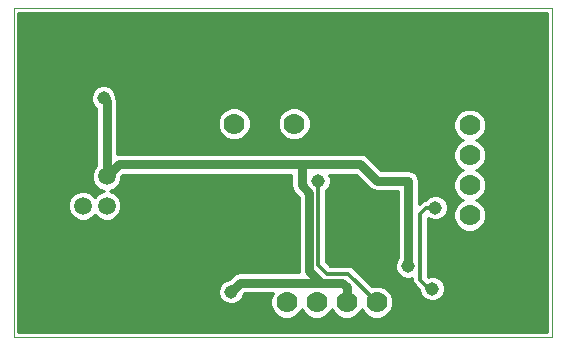
<source format=gbl>
G04 (created by PCBNEW-RS274X (2010-05-05 BZR 2356)-stable) date Fri 25 Feb 2011 10:53:11 AM CET*
G01*
G70*
G90*
%MOIN*%
G04 Gerber Fmt 3.4, Leading zero omitted, Abs format*
%FSLAX34Y34*%
G04 APERTURE LIST*
%ADD10C,0.006000*%
%ADD11C,0.001000*%
%ADD12R,0.070000X0.070000*%
%ADD13C,0.070000*%
%ADD14C,0.169300*%
%ADD15C,0.059100*%
%ADD16C,0.045000*%
%ADD17C,0.012000*%
%ADD18C,0.030000*%
%ADD19C,0.010000*%
G04 APERTURE END LIST*
G54D10*
G54D11*
X16650Y-21650D02*
X34600Y-21650D01*
X16650Y-32600D02*
X16650Y-21650D01*
X34600Y-32600D02*
X16650Y-32600D01*
X34600Y-21650D02*
X34600Y-32600D01*
G54D12*
X31850Y-29550D03*
G54D13*
X31850Y-28550D03*
X31850Y-27550D03*
X31850Y-26550D03*
X31850Y-25550D03*
G54D12*
X24750Y-31450D03*
G54D13*
X25750Y-31450D03*
X26750Y-31450D03*
X27750Y-31450D03*
X28750Y-31450D03*
X24000Y-25500D03*
X26000Y-25500D03*
G54D14*
X17898Y-30114D03*
X17898Y-25382D03*
G54D15*
X19750Y-27258D03*
X18960Y-27258D03*
X18960Y-28242D03*
X19750Y-28242D03*
G54D16*
X26800Y-27400D03*
X30600Y-31000D03*
X30700Y-28300D03*
X29800Y-30250D03*
X23900Y-31100D03*
X19650Y-24650D03*
X26750Y-24750D03*
X31950Y-23600D03*
X33450Y-31800D03*
X23000Y-32000D03*
X32000Y-30500D03*
X21500Y-29500D03*
X21000Y-29000D03*
X21000Y-28000D03*
X22500Y-28000D03*
X23500Y-28500D03*
X34000Y-24750D03*
X34000Y-23250D03*
X34000Y-22250D03*
X18250Y-22250D03*
X17250Y-22250D03*
X17250Y-24250D03*
X21750Y-32000D03*
X17250Y-31500D03*
X19250Y-31500D03*
X21250Y-31500D03*
G54D17*
X27800Y-30500D02*
X28750Y-31450D01*
X27100Y-30500D02*
X27800Y-30500D01*
X26800Y-30200D02*
X27100Y-30500D01*
X26800Y-27400D02*
X26800Y-30200D01*
X30200Y-28500D02*
X30200Y-30700D01*
X30200Y-30700D02*
X30400Y-30900D01*
X30400Y-30900D02*
X30500Y-30900D01*
X30500Y-30900D02*
X30600Y-31000D01*
X30700Y-28300D02*
X30400Y-28300D01*
X30400Y-28300D02*
X30200Y-28500D01*
G54D18*
X29800Y-27400D02*
X29803Y-30256D01*
X28200Y-26850D02*
X26250Y-26850D01*
X28750Y-27400D02*
X28200Y-26850D01*
X29300Y-27400D02*
X28750Y-27400D01*
X29800Y-27400D02*
X29300Y-27400D01*
X29800Y-30250D02*
X29803Y-30256D01*
X27750Y-30950D02*
X27750Y-31450D01*
X27600Y-30800D02*
X27750Y-30950D01*
X24200Y-30800D02*
X25650Y-30800D01*
X25650Y-30800D02*
X26900Y-30800D01*
X26900Y-30800D02*
X27600Y-30800D01*
X23900Y-31100D02*
X24200Y-30800D01*
X19650Y-24650D02*
X19750Y-24750D01*
X19750Y-24750D02*
X19750Y-27258D01*
X20158Y-26850D02*
X19750Y-27258D01*
X26250Y-26850D02*
X20158Y-26850D01*
X26900Y-30800D02*
X26500Y-30400D01*
X26250Y-27550D02*
X26250Y-26850D01*
X26500Y-27800D02*
X26250Y-27550D01*
X26500Y-30400D02*
X26500Y-27800D01*
X19830Y-23450D02*
X17898Y-25382D01*
X26750Y-24750D02*
X25450Y-23450D01*
X25450Y-23450D02*
X19830Y-23450D01*
X30800Y-24750D02*
X26750Y-24750D01*
X31950Y-23600D02*
X30800Y-24750D01*
X31950Y-23600D02*
X31950Y-23600D01*
X31950Y-23550D02*
X31950Y-23600D01*
X32950Y-24550D02*
X31950Y-23550D01*
X32950Y-31300D02*
X32950Y-25000D01*
X32950Y-25000D02*
X32950Y-24900D01*
X32950Y-24900D02*
X32950Y-24550D01*
X33450Y-31800D02*
X32950Y-31300D01*
X31850Y-29550D02*
X31850Y-30350D01*
X31850Y-30350D02*
X32000Y-30500D01*
X21000Y-28000D02*
X21000Y-29000D01*
X23000Y-28000D02*
X22500Y-28000D01*
X23500Y-28500D02*
X23000Y-28000D01*
G54D17*
X32950Y-25000D02*
X32950Y-23300D01*
X34000Y-23250D02*
X34000Y-24750D01*
X32950Y-23300D02*
X34000Y-22250D01*
X17250Y-24250D02*
X17250Y-22250D01*
X17898Y-30114D02*
X17898Y-30852D01*
X17898Y-30852D02*
X17250Y-31500D01*
X19250Y-31500D02*
X21250Y-31500D01*
G54D19*
X16805Y-21805D02*
X34445Y-21805D01*
X16805Y-21885D02*
X34445Y-21885D01*
X16805Y-21965D02*
X34445Y-21965D01*
X16805Y-22045D02*
X34445Y-22045D01*
X16805Y-22125D02*
X34445Y-22125D01*
X16805Y-22205D02*
X34445Y-22205D01*
X16805Y-22285D02*
X34445Y-22285D01*
X16805Y-22365D02*
X34445Y-22365D01*
X16805Y-22445D02*
X34445Y-22445D01*
X16805Y-22525D02*
X34445Y-22525D01*
X16805Y-22605D02*
X34445Y-22605D01*
X16805Y-22685D02*
X34445Y-22685D01*
X16805Y-22765D02*
X34445Y-22765D01*
X16805Y-22845D02*
X34445Y-22845D01*
X16805Y-22925D02*
X34445Y-22925D01*
X16805Y-23005D02*
X34445Y-23005D01*
X16805Y-23085D02*
X34445Y-23085D01*
X16805Y-23165D02*
X34445Y-23165D01*
X16805Y-23245D02*
X34445Y-23245D01*
X16805Y-23325D02*
X34445Y-23325D01*
X16805Y-23405D02*
X34445Y-23405D01*
X16805Y-23485D02*
X34445Y-23485D01*
X16805Y-23565D02*
X34445Y-23565D01*
X16805Y-23645D02*
X34445Y-23645D01*
X16805Y-23725D02*
X34445Y-23725D01*
X16805Y-23805D02*
X34445Y-23805D01*
X16805Y-23885D02*
X34445Y-23885D01*
X16805Y-23965D02*
X34445Y-23965D01*
X16805Y-24045D02*
X34445Y-24045D01*
X16805Y-24125D02*
X34445Y-24125D01*
X16805Y-24205D02*
X34445Y-24205D01*
X16805Y-24285D02*
X19420Y-24285D01*
X19879Y-24285D02*
X34445Y-24285D01*
X16805Y-24365D02*
X19334Y-24365D01*
X19966Y-24365D02*
X34445Y-24365D01*
X16805Y-24445D02*
X19275Y-24445D01*
X20026Y-24445D02*
X34445Y-24445D01*
X16805Y-24525D02*
X19242Y-24525D01*
X20059Y-24525D02*
X34445Y-24525D01*
X16805Y-24605D02*
X19225Y-24605D01*
X20075Y-24605D02*
X34445Y-24605D01*
X16805Y-24685D02*
X19225Y-24685D01*
X20087Y-24685D02*
X34445Y-24685D01*
X16805Y-24765D02*
X19237Y-24765D01*
X20100Y-24765D02*
X34445Y-24765D01*
X16805Y-24845D02*
X19270Y-24845D01*
X20100Y-24845D02*
X34445Y-24845D01*
X16805Y-24925D02*
X19324Y-24925D01*
X20100Y-24925D02*
X34445Y-24925D01*
X16805Y-25005D02*
X19400Y-25005D01*
X20100Y-25005D02*
X23762Y-25005D01*
X24239Y-25005D02*
X25762Y-25005D01*
X26239Y-25005D02*
X31732Y-25005D01*
X31969Y-25005D02*
X34445Y-25005D01*
X16805Y-25085D02*
X19400Y-25085D01*
X20100Y-25085D02*
X23639Y-25085D01*
X24361Y-25085D02*
X25639Y-25085D01*
X26361Y-25085D02*
X31539Y-25085D01*
X32161Y-25085D02*
X34445Y-25085D01*
X16805Y-25165D02*
X19400Y-25165D01*
X20100Y-25165D02*
X23559Y-25165D01*
X24441Y-25165D02*
X25559Y-25165D01*
X26441Y-25165D02*
X31459Y-25165D01*
X32241Y-25165D02*
X34445Y-25165D01*
X16805Y-25245D02*
X19400Y-25245D01*
X20100Y-25245D02*
X23512Y-25245D01*
X24489Y-25245D02*
X25512Y-25245D01*
X26489Y-25245D02*
X31383Y-25245D01*
X32318Y-25245D02*
X34445Y-25245D01*
X16805Y-25325D02*
X19400Y-25325D01*
X20100Y-25325D02*
X23479Y-25325D01*
X24522Y-25325D02*
X25479Y-25325D01*
X26522Y-25325D02*
X31350Y-25325D01*
X32351Y-25325D02*
X34445Y-25325D01*
X16805Y-25405D02*
X19400Y-25405D01*
X20100Y-25405D02*
X23451Y-25405D01*
X24549Y-25405D02*
X25451Y-25405D01*
X26549Y-25405D02*
X31316Y-25405D01*
X32385Y-25405D02*
X34445Y-25405D01*
X16805Y-25485D02*
X19400Y-25485D01*
X20100Y-25485D02*
X23451Y-25485D01*
X24549Y-25485D02*
X25451Y-25485D01*
X26549Y-25485D02*
X31301Y-25485D01*
X32399Y-25485D02*
X34445Y-25485D01*
X16805Y-25565D02*
X19400Y-25565D01*
X20100Y-25565D02*
X23451Y-25565D01*
X24549Y-25565D02*
X25451Y-25565D01*
X26549Y-25565D02*
X31301Y-25565D01*
X32399Y-25565D02*
X34445Y-25565D01*
X16805Y-25645D02*
X19400Y-25645D01*
X20100Y-25645D02*
X23465Y-25645D01*
X24534Y-25645D02*
X25465Y-25645D01*
X26534Y-25645D02*
X31301Y-25645D01*
X32399Y-25645D02*
X34445Y-25645D01*
X16805Y-25725D02*
X19400Y-25725D01*
X20100Y-25725D02*
X23499Y-25725D01*
X24500Y-25725D02*
X25499Y-25725D01*
X26500Y-25725D02*
X31328Y-25725D01*
X32371Y-25725D02*
X34445Y-25725D01*
X16805Y-25805D02*
X19400Y-25805D01*
X20100Y-25805D02*
X23532Y-25805D01*
X24467Y-25805D02*
X25532Y-25805D01*
X26467Y-25805D02*
X31361Y-25805D01*
X32338Y-25805D02*
X34445Y-25805D01*
X16805Y-25885D02*
X19400Y-25885D01*
X20100Y-25885D02*
X23609Y-25885D01*
X24391Y-25885D02*
X25609Y-25885D01*
X26391Y-25885D02*
X31409Y-25885D01*
X32291Y-25885D02*
X34445Y-25885D01*
X16805Y-25965D02*
X19400Y-25965D01*
X20100Y-25965D02*
X23689Y-25965D01*
X24311Y-25965D02*
X25689Y-25965D01*
X26311Y-25965D02*
X31489Y-25965D01*
X32211Y-25965D02*
X34445Y-25965D01*
X16805Y-26045D02*
X19400Y-26045D01*
X20100Y-26045D02*
X23881Y-26045D01*
X24118Y-26045D02*
X25881Y-26045D01*
X26118Y-26045D02*
X31611Y-26045D01*
X32086Y-26045D02*
X34445Y-26045D01*
X16805Y-26125D02*
X19400Y-26125D01*
X20100Y-26125D02*
X31499Y-26125D01*
X32201Y-26125D02*
X34445Y-26125D01*
X16805Y-26205D02*
X19400Y-26205D01*
X20100Y-26205D02*
X31419Y-26205D01*
X32281Y-26205D02*
X34445Y-26205D01*
X16805Y-26285D02*
X19400Y-26285D01*
X20100Y-26285D02*
X31366Y-26285D01*
X32335Y-26285D02*
X34445Y-26285D01*
X16805Y-26365D02*
X19400Y-26365D01*
X20100Y-26365D02*
X31333Y-26365D01*
X32368Y-26365D02*
X34445Y-26365D01*
X16805Y-26445D02*
X19400Y-26445D01*
X20100Y-26445D02*
X31301Y-26445D01*
X32399Y-26445D02*
X34445Y-26445D01*
X16805Y-26525D02*
X19400Y-26525D01*
X28325Y-26525D02*
X31301Y-26525D01*
X32399Y-26525D02*
X34445Y-26525D01*
X16805Y-26605D02*
X19400Y-26605D01*
X28449Y-26605D02*
X31301Y-26605D01*
X32399Y-26605D02*
X34445Y-26605D01*
X16805Y-26685D02*
X19400Y-26685D01*
X28529Y-26685D02*
X31311Y-26685D01*
X32388Y-26685D02*
X34445Y-26685D01*
X16805Y-26765D02*
X19400Y-26765D01*
X28609Y-26765D02*
X31345Y-26765D01*
X32354Y-26765D02*
X34445Y-26765D01*
X16805Y-26845D02*
X19400Y-26845D01*
X28689Y-26845D02*
X31378Y-26845D01*
X32321Y-26845D02*
X34445Y-26845D01*
X16805Y-26925D02*
X19384Y-26925D01*
X28769Y-26925D02*
X31449Y-26925D01*
X32251Y-26925D02*
X34445Y-26925D01*
X16805Y-27005D02*
X19320Y-27005D01*
X28849Y-27005D02*
X31529Y-27005D01*
X32171Y-27005D02*
X34445Y-27005D01*
X16805Y-27085D02*
X19287Y-27085D01*
X29946Y-27085D02*
X31539Y-27085D01*
X32161Y-27085D02*
X34445Y-27085D01*
X16805Y-27165D02*
X19256Y-27165D01*
X30056Y-27165D02*
X31459Y-27165D01*
X32241Y-27165D02*
X34445Y-27165D01*
X16805Y-27245D02*
X19256Y-27245D01*
X20257Y-27245D02*
X25900Y-27245D01*
X27196Y-27245D02*
X28100Y-27245D01*
X30110Y-27245D02*
X31383Y-27245D01*
X32318Y-27245D02*
X34445Y-27245D01*
X16805Y-27325D02*
X19256Y-27325D01*
X20244Y-27325D02*
X25900Y-27325D01*
X27225Y-27325D02*
X28180Y-27325D01*
X30136Y-27325D02*
X31350Y-27325D01*
X32351Y-27325D02*
X34445Y-27325D01*
X16805Y-27405D02*
X19276Y-27405D01*
X20224Y-27405D02*
X25900Y-27405D01*
X27225Y-27405D02*
X28260Y-27405D01*
X30151Y-27405D02*
X31316Y-27405D01*
X32385Y-27405D02*
X34445Y-27405D01*
X16805Y-27485D02*
X19309Y-27485D01*
X20190Y-27485D02*
X25900Y-27485D01*
X27225Y-27485D02*
X28340Y-27485D01*
X30151Y-27485D02*
X31301Y-27485D01*
X32399Y-27485D02*
X34445Y-27485D01*
X16805Y-27565D02*
X19358Y-27565D01*
X20142Y-27565D02*
X25903Y-27565D01*
X27191Y-27565D02*
X28420Y-27565D01*
X30151Y-27565D02*
X31301Y-27565D01*
X32399Y-27565D02*
X34445Y-27565D01*
X16805Y-27645D02*
X19438Y-27645D01*
X20062Y-27645D02*
X25919Y-27645D01*
X27156Y-27645D02*
X28500Y-27645D01*
X30151Y-27645D02*
X31301Y-27645D01*
X32399Y-27645D02*
X34445Y-27645D01*
X16805Y-27725D02*
X19585Y-27725D01*
X19912Y-27725D02*
X25954Y-27725D01*
X27076Y-27725D02*
X28625Y-27725D01*
X30151Y-27725D02*
X31328Y-27725D01*
X32371Y-27725D02*
X34445Y-27725D01*
X16805Y-27805D02*
X18724Y-27805D01*
X19197Y-27805D02*
X19514Y-27805D01*
X19987Y-27805D02*
X26011Y-27805D01*
X27060Y-27805D02*
X29450Y-27805D01*
X30151Y-27805D02*
X31361Y-27805D01*
X32338Y-27805D02*
X34445Y-27805D01*
X16805Y-27885D02*
X18618Y-27885D01*
X19302Y-27885D02*
X19407Y-27885D01*
X20092Y-27885D02*
X26091Y-27885D01*
X27060Y-27885D02*
X29450Y-27885D01*
X30151Y-27885D02*
X30592Y-27885D01*
X30809Y-27885D02*
X31409Y-27885D01*
X32291Y-27885D02*
X34445Y-27885D01*
X16805Y-27965D02*
X18540Y-27965D01*
X20171Y-27965D02*
X26150Y-27965D01*
X27060Y-27965D02*
X29450Y-27965D01*
X30151Y-27965D02*
X30434Y-27965D01*
X30966Y-27965D02*
X31489Y-27965D01*
X32211Y-27965D02*
X34445Y-27965D01*
X16805Y-28045D02*
X18507Y-28045D01*
X20204Y-28045D02*
X26150Y-28045D01*
X27060Y-28045D02*
X29450Y-28045D01*
X30151Y-28045D02*
X30354Y-28045D01*
X31046Y-28045D02*
X31611Y-28045D01*
X32088Y-28045D02*
X34445Y-28045D01*
X16805Y-28125D02*
X18474Y-28125D01*
X20237Y-28125D02*
X26150Y-28125D01*
X27060Y-28125D02*
X29450Y-28125D01*
X30151Y-28125D02*
X30207Y-28125D01*
X31088Y-28125D02*
X31499Y-28125D01*
X32201Y-28125D02*
X34445Y-28125D01*
X16805Y-28205D02*
X18466Y-28205D01*
X20244Y-28205D02*
X26150Y-28205D01*
X27060Y-28205D02*
X29450Y-28205D01*
X31121Y-28205D02*
X31419Y-28205D01*
X32281Y-28205D02*
X34445Y-28205D01*
X16805Y-28285D02*
X18466Y-28285D01*
X20244Y-28285D02*
X26150Y-28285D01*
X27060Y-28285D02*
X29450Y-28285D01*
X31125Y-28285D02*
X31366Y-28285D01*
X32335Y-28285D02*
X34445Y-28285D01*
X16805Y-28365D02*
X18476Y-28365D01*
X20234Y-28365D02*
X26150Y-28365D01*
X27060Y-28365D02*
X29451Y-28365D01*
X31125Y-28365D02*
X31333Y-28365D01*
X32368Y-28365D02*
X34445Y-28365D01*
X16805Y-28445D02*
X18509Y-28445D01*
X20200Y-28445D02*
X26150Y-28445D01*
X27060Y-28445D02*
X29451Y-28445D01*
X31100Y-28445D02*
X31301Y-28445D01*
X32399Y-28445D02*
X34445Y-28445D01*
X16805Y-28525D02*
X18544Y-28525D01*
X20166Y-28525D02*
X26150Y-28525D01*
X27060Y-28525D02*
X29451Y-28525D01*
X31066Y-28525D02*
X31301Y-28525D01*
X32399Y-28525D02*
X34445Y-28525D01*
X16805Y-28605D02*
X18624Y-28605D01*
X19295Y-28605D02*
X19414Y-28605D01*
X20086Y-28605D02*
X26150Y-28605D01*
X27060Y-28605D02*
X29451Y-28605D01*
X30996Y-28605D02*
X31301Y-28605D01*
X32399Y-28605D02*
X34445Y-28605D01*
X16805Y-28685D02*
X18737Y-28685D01*
X19181Y-28685D02*
X19527Y-28685D01*
X19971Y-28685D02*
X26150Y-28685D01*
X27060Y-28685D02*
X29451Y-28685D01*
X30460Y-28685D02*
X30519Y-28685D01*
X30881Y-28685D02*
X31311Y-28685D01*
X32388Y-28685D02*
X34445Y-28685D01*
X16805Y-28765D02*
X26150Y-28765D01*
X27060Y-28765D02*
X29451Y-28765D01*
X30460Y-28765D02*
X31345Y-28765D01*
X32354Y-28765D02*
X34445Y-28765D01*
X16805Y-28845D02*
X26150Y-28845D01*
X27060Y-28845D02*
X29451Y-28845D01*
X30460Y-28845D02*
X31378Y-28845D01*
X32321Y-28845D02*
X34445Y-28845D01*
X16805Y-28925D02*
X26150Y-28925D01*
X27060Y-28925D02*
X29452Y-28925D01*
X30460Y-28925D02*
X31449Y-28925D01*
X32251Y-28925D02*
X34445Y-28925D01*
X16805Y-29005D02*
X26150Y-29005D01*
X27060Y-29005D02*
X29452Y-29005D01*
X30460Y-29005D02*
X31529Y-29005D01*
X32171Y-29005D02*
X34445Y-29005D01*
X16805Y-29085D02*
X26150Y-29085D01*
X27060Y-29085D02*
X29452Y-29085D01*
X30460Y-29085D02*
X31707Y-29085D01*
X31992Y-29085D02*
X34445Y-29085D01*
X16805Y-29165D02*
X26150Y-29165D01*
X27060Y-29165D02*
X29452Y-29165D01*
X30460Y-29165D02*
X34445Y-29165D01*
X16805Y-29245D02*
X26150Y-29245D01*
X27060Y-29245D02*
X29452Y-29245D01*
X30460Y-29245D02*
X34445Y-29245D01*
X16805Y-29325D02*
X26150Y-29325D01*
X27060Y-29325D02*
X29452Y-29325D01*
X30460Y-29325D02*
X34445Y-29325D01*
X16805Y-29405D02*
X26150Y-29405D01*
X27060Y-29405D02*
X29452Y-29405D01*
X30460Y-29405D02*
X34445Y-29405D01*
X16805Y-29485D02*
X26150Y-29485D01*
X27060Y-29485D02*
X29453Y-29485D01*
X30460Y-29485D02*
X34445Y-29485D01*
X16805Y-29565D02*
X26150Y-29565D01*
X27060Y-29565D02*
X29453Y-29565D01*
X30460Y-29565D02*
X34445Y-29565D01*
X16805Y-29645D02*
X26150Y-29645D01*
X27060Y-29645D02*
X29453Y-29645D01*
X30460Y-29645D02*
X34445Y-29645D01*
X16805Y-29725D02*
X26150Y-29725D01*
X27060Y-29725D02*
X29453Y-29725D01*
X30460Y-29725D02*
X34445Y-29725D01*
X16805Y-29805D02*
X26150Y-29805D01*
X27060Y-29805D02*
X29453Y-29805D01*
X30460Y-29805D02*
X34445Y-29805D01*
X16805Y-29885D02*
X26150Y-29885D01*
X27060Y-29885D02*
X29453Y-29885D01*
X30460Y-29885D02*
X34445Y-29885D01*
X16805Y-29965D02*
X26150Y-29965D01*
X27060Y-29965D02*
X29453Y-29965D01*
X30460Y-29965D02*
X34445Y-29965D01*
X16805Y-30045D02*
X26150Y-30045D01*
X27060Y-30045D02*
X29425Y-30045D01*
X30460Y-30045D02*
X34445Y-30045D01*
X16805Y-30125D02*
X26150Y-30125D01*
X27093Y-30125D02*
X29392Y-30125D01*
X30460Y-30125D02*
X34445Y-30125D01*
X16805Y-30205D02*
X26150Y-30205D01*
X27173Y-30205D02*
X29375Y-30205D01*
X30460Y-30205D02*
X34445Y-30205D01*
X16805Y-30285D02*
X26150Y-30285D01*
X27938Y-30285D02*
X29375Y-30285D01*
X30460Y-30285D02*
X34445Y-30285D01*
X16805Y-30365D02*
X26150Y-30365D01*
X28033Y-30365D02*
X29387Y-30365D01*
X30460Y-30365D02*
X34445Y-30365D01*
X16805Y-30445D02*
X26159Y-30445D01*
X28113Y-30445D02*
X29420Y-30445D01*
X30460Y-30445D02*
X34445Y-30445D01*
X16805Y-30525D02*
X23994Y-30525D01*
X28193Y-30525D02*
X29474Y-30525D01*
X30460Y-30525D02*
X34445Y-30525D01*
X16805Y-30605D02*
X23900Y-30605D01*
X28273Y-30605D02*
X29554Y-30605D01*
X30757Y-30605D02*
X34445Y-30605D01*
X16805Y-30685D02*
X23792Y-30685D01*
X28353Y-30685D02*
X29940Y-30685D01*
X30886Y-30685D02*
X34445Y-30685D01*
X16805Y-30765D02*
X23634Y-30765D01*
X28433Y-30765D02*
X29953Y-30765D01*
X30964Y-30765D02*
X34445Y-30765D01*
X16805Y-30845D02*
X23554Y-30845D01*
X28513Y-30845D02*
X29990Y-30845D01*
X30996Y-30845D02*
X34445Y-30845D01*
X16805Y-30925D02*
X23513Y-30925D01*
X28917Y-30925D02*
X30057Y-30925D01*
X31025Y-30925D02*
X34445Y-30925D01*
X16805Y-31005D02*
X23480Y-31005D01*
X29081Y-31005D02*
X30137Y-31005D01*
X31025Y-31005D02*
X34445Y-31005D01*
X16805Y-31085D02*
X23475Y-31085D01*
X29161Y-31085D02*
X30175Y-31085D01*
X31025Y-31085D02*
X34445Y-31085D01*
X16805Y-31165D02*
X23475Y-31165D01*
X24329Y-31165D02*
X25274Y-31165D01*
X29226Y-31165D02*
X30208Y-31165D01*
X30991Y-31165D02*
X34445Y-31165D01*
X16805Y-31245D02*
X23500Y-31245D01*
X24300Y-31245D02*
X25241Y-31245D01*
X29260Y-31245D02*
X30244Y-31245D01*
X30956Y-31245D02*
X34445Y-31245D01*
X16805Y-31325D02*
X23532Y-31325D01*
X24266Y-31325D02*
X25208Y-31325D01*
X29293Y-31325D02*
X30324Y-31325D01*
X30876Y-31325D02*
X34445Y-31325D01*
X16805Y-31405D02*
X23604Y-31405D01*
X24196Y-31405D02*
X25201Y-31405D01*
X29299Y-31405D02*
X30467Y-31405D01*
X30732Y-31405D02*
X34445Y-31405D01*
X16805Y-31485D02*
X23719Y-31485D01*
X24081Y-31485D02*
X25201Y-31485D01*
X29299Y-31485D02*
X34445Y-31485D01*
X16805Y-31565D02*
X25203Y-31565D01*
X29296Y-31565D02*
X34445Y-31565D01*
X16805Y-31645D02*
X25236Y-31645D01*
X29263Y-31645D02*
X34445Y-31645D01*
X16805Y-31725D02*
X25270Y-31725D01*
X26229Y-31725D02*
X26269Y-31725D01*
X27229Y-31725D02*
X27270Y-31725D01*
X28229Y-31725D02*
X28270Y-31725D01*
X29229Y-31725D02*
X34445Y-31725D01*
X16805Y-31805D02*
X25329Y-31805D01*
X26171Y-31805D02*
X26329Y-31805D01*
X27171Y-31805D02*
X27329Y-31805D01*
X28171Y-31805D02*
X28329Y-31805D01*
X29171Y-31805D02*
X34445Y-31805D01*
X16805Y-31885D02*
X25409Y-31885D01*
X26091Y-31885D02*
X26409Y-31885D01*
X27091Y-31885D02*
X27409Y-31885D01*
X28091Y-31885D02*
X28409Y-31885D01*
X29091Y-31885D02*
X34445Y-31885D01*
X16805Y-31965D02*
X25559Y-31965D01*
X25940Y-31965D02*
X26559Y-31965D01*
X26940Y-31965D02*
X27559Y-31965D01*
X27940Y-31965D02*
X28559Y-31965D01*
X28940Y-31965D02*
X34445Y-31965D01*
X16805Y-32045D02*
X34445Y-32045D01*
X16805Y-32125D02*
X34445Y-32125D01*
X16805Y-32205D02*
X34445Y-32205D01*
X16805Y-32285D02*
X34445Y-32285D01*
X16805Y-32365D02*
X34445Y-32365D01*
X34445Y-32445D02*
X34445Y-21805D01*
X16805Y-21805D01*
X16805Y-32445D01*
X28641Y-32445D01*
X28641Y-31999D01*
X28439Y-31915D01*
X28285Y-31761D01*
X28250Y-31676D01*
X28215Y-31761D01*
X28061Y-31915D01*
X27859Y-31999D01*
X27641Y-31999D01*
X27439Y-31915D01*
X27285Y-31761D01*
X27250Y-31676D01*
X27215Y-31761D01*
X27061Y-31915D01*
X26859Y-31999D01*
X26641Y-31999D01*
X26439Y-31915D01*
X26285Y-31761D01*
X26249Y-31676D01*
X26215Y-31761D01*
X26061Y-31915D01*
X25859Y-31999D01*
X25641Y-31999D01*
X25439Y-31915D01*
X25285Y-31761D01*
X25201Y-31559D01*
X25201Y-31341D01*
X25280Y-31149D01*
X24344Y-31150D01*
X24325Y-31169D01*
X24325Y-31185D01*
X24260Y-31341D01*
X24140Y-31461D01*
X23984Y-31525D01*
X23815Y-31525D01*
X23659Y-31460D01*
X23539Y-31340D01*
X23475Y-31184D01*
X23475Y-31015D01*
X23540Y-30859D01*
X23660Y-30739D01*
X23816Y-30675D01*
X23830Y-30675D01*
X23952Y-30553D01*
X24066Y-30477D01*
X24200Y-30450D01*
X25650Y-30450D01*
X26160Y-30450D01*
X26150Y-30400D01*
X26150Y-27944D01*
X26003Y-27797D01*
X25927Y-27684D01*
X25900Y-27550D01*
X25900Y-27200D01*
X20302Y-27200D01*
X20244Y-27258D01*
X20244Y-27357D01*
X20169Y-27538D01*
X20030Y-27677D01*
X19853Y-27749D01*
X20030Y-27823D01*
X20169Y-27962D01*
X20244Y-28144D01*
X20244Y-28341D01*
X20169Y-28522D01*
X20030Y-28661D01*
X19848Y-28736D01*
X19651Y-28736D01*
X19470Y-28661D01*
X19354Y-28545D01*
X19240Y-28661D01*
X19058Y-28736D01*
X18861Y-28736D01*
X18680Y-28661D01*
X18541Y-28522D01*
X18466Y-28340D01*
X18466Y-28143D01*
X18541Y-27962D01*
X18680Y-27823D01*
X18862Y-27748D01*
X19059Y-27748D01*
X19240Y-27823D01*
X19354Y-27937D01*
X19470Y-27823D01*
X19646Y-27750D01*
X19470Y-27677D01*
X19331Y-27538D01*
X19256Y-27356D01*
X19256Y-27159D01*
X19331Y-26978D01*
X19400Y-26909D01*
X19400Y-25001D01*
X19289Y-24890D01*
X19225Y-24734D01*
X19225Y-24565D01*
X19290Y-24409D01*
X19410Y-24289D01*
X19566Y-24225D01*
X19735Y-24225D01*
X19891Y-24290D01*
X20011Y-24410D01*
X20075Y-24566D01*
X20075Y-24625D01*
X20100Y-24750D01*
X20100Y-26511D01*
X20158Y-26500D01*
X23891Y-26500D01*
X23891Y-26049D01*
X23689Y-25965D01*
X23535Y-25811D01*
X23451Y-25609D01*
X23451Y-25391D01*
X23535Y-25189D01*
X23689Y-25035D01*
X23891Y-24951D01*
X24109Y-24951D01*
X24311Y-25035D01*
X24465Y-25189D01*
X24549Y-25391D01*
X24549Y-25609D01*
X24465Y-25811D01*
X24311Y-25965D01*
X24109Y-26049D01*
X23891Y-26049D01*
X23891Y-26500D01*
X25891Y-26500D01*
X25891Y-26049D01*
X25689Y-25965D01*
X25535Y-25811D01*
X25451Y-25609D01*
X25451Y-25391D01*
X25535Y-25189D01*
X25689Y-25035D01*
X25891Y-24951D01*
X26109Y-24951D01*
X26311Y-25035D01*
X26465Y-25189D01*
X26549Y-25391D01*
X26549Y-25609D01*
X26465Y-25811D01*
X26311Y-25965D01*
X26109Y-26049D01*
X25891Y-26049D01*
X25891Y-26500D01*
X26250Y-26500D01*
X28200Y-26500D01*
X28334Y-26527D01*
X28447Y-26603D01*
X28894Y-27050D01*
X29300Y-27050D01*
X29799Y-27050D01*
X29800Y-27050D01*
X29934Y-27077D01*
X30047Y-27153D01*
X30123Y-27265D01*
X30150Y-27399D01*
X30151Y-28181D01*
X30214Y-28118D01*
X30216Y-28116D01*
X30301Y-28060D01*
X30348Y-28050D01*
X30460Y-27939D01*
X30616Y-27875D01*
X30785Y-27875D01*
X30941Y-27940D01*
X31061Y-28060D01*
X31125Y-28216D01*
X31125Y-28385D01*
X31060Y-28541D01*
X30940Y-28661D01*
X30784Y-28725D01*
X30615Y-28725D01*
X30460Y-28660D01*
X30460Y-30592D01*
X30463Y-30596D01*
X30516Y-30575D01*
X30685Y-30575D01*
X30841Y-30640D01*
X30961Y-30760D01*
X31025Y-30916D01*
X31025Y-31085D01*
X30960Y-31241D01*
X30840Y-31361D01*
X30684Y-31425D01*
X30515Y-31425D01*
X30359Y-31360D01*
X30239Y-31240D01*
X30175Y-31084D01*
X30175Y-31042D01*
X30016Y-30884D01*
X29960Y-30800D01*
X29940Y-30700D01*
X29940Y-30652D01*
X29884Y-30675D01*
X29715Y-30675D01*
X29559Y-30610D01*
X29439Y-30490D01*
X29375Y-30334D01*
X29375Y-30165D01*
X29440Y-30009D01*
X29454Y-29994D01*
X29450Y-27750D01*
X29300Y-27750D01*
X28750Y-27750D01*
X28616Y-27723D01*
X28502Y-27647D01*
X28055Y-27200D01*
X27177Y-27200D01*
X27225Y-27316D01*
X27225Y-27485D01*
X27160Y-27641D01*
X27060Y-27741D01*
X27060Y-30092D01*
X27207Y-30240D01*
X27800Y-30240D01*
X27900Y-30260D01*
X27984Y-30316D01*
X28589Y-30922D01*
X28641Y-30901D01*
X28859Y-30901D01*
X29061Y-30985D01*
X29215Y-31139D01*
X29299Y-31341D01*
X29299Y-31559D01*
X29215Y-31761D01*
X29061Y-31915D01*
X28859Y-31999D01*
X28641Y-31999D01*
X28641Y-32445D01*
X31741Y-32445D01*
X31741Y-29099D01*
X31539Y-29015D01*
X31385Y-28861D01*
X31301Y-28659D01*
X31301Y-28441D01*
X31385Y-28239D01*
X31539Y-28085D01*
X31623Y-28050D01*
X31539Y-28015D01*
X31385Y-27861D01*
X31301Y-27659D01*
X31301Y-27441D01*
X31385Y-27239D01*
X31539Y-27085D01*
X31623Y-27050D01*
X31539Y-27015D01*
X31385Y-26861D01*
X31301Y-26659D01*
X31301Y-26441D01*
X31385Y-26239D01*
X31539Y-26085D01*
X31623Y-26050D01*
X31539Y-26015D01*
X31385Y-25861D01*
X31301Y-25659D01*
X31301Y-25441D01*
X31385Y-25239D01*
X31539Y-25085D01*
X31741Y-25001D01*
X31959Y-25001D01*
X32161Y-25085D01*
X32315Y-25239D01*
X32399Y-25441D01*
X32399Y-25659D01*
X32315Y-25861D01*
X32161Y-26015D01*
X32076Y-26049D01*
X32161Y-26085D01*
X32315Y-26239D01*
X32399Y-26441D01*
X32399Y-26659D01*
X32315Y-26861D01*
X32161Y-27015D01*
X32076Y-27050D01*
X32161Y-27085D01*
X32315Y-27239D01*
X32399Y-27441D01*
X32399Y-27659D01*
X32315Y-27861D01*
X32161Y-28015D01*
X32076Y-28050D01*
X32161Y-28085D01*
X32315Y-28239D01*
X32399Y-28441D01*
X32399Y-28659D01*
X32315Y-28861D01*
X32161Y-29015D01*
X31959Y-29099D01*
X31741Y-29099D01*
X31741Y-32445D01*
X34445Y-32445D01*
M02*

</source>
